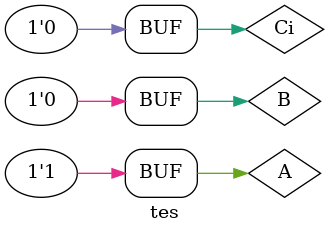
<source format=v>
`timescale 1ns / 1ps


module tes;

	// Inputs
	reg A;
	reg B;
	reg Ci;

	// Outputs
	wire Cout;
	wire S;

	// Instantiate the Unit Under Test (UUT)
	S1b uut (
		.A(A), 
		.B(B), 
		.Ci(Ci), 
		.Cout(Cout), 
		.S(S)
	);

	initial begin
		// Initialize Inputs
		A = 1;
		B = 0;
		Ci = 0;

		// Wait 100 ns for global reset to finish
		#100;
        
		// Add stimulus here

	end
      
endmodule


</source>
